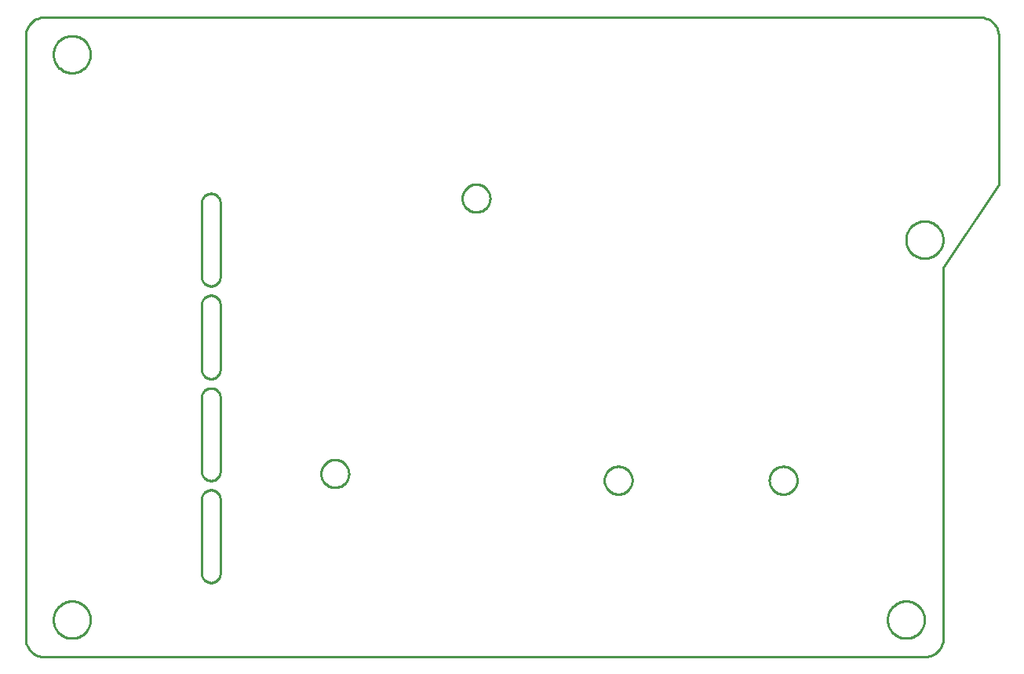
<source format=gbr>
G04 EAGLE Gerber X2 export*
%TF.Part,Single*%
%TF.FileFunction,Profile,NP*%
%TF.FilePolarity,Positive*%
%TF.GenerationSoftware,Autodesk,EAGLE,8.7.0*%
%TF.CreationDate,2019-01-30T20:44:03Z*%
G75*
%MOMM*%
%FSLAX34Y34*%
%LPD*%
%AMOC8*
5,1,8,0,0,1.08239X$1,22.5*%
G01*
%ADD10C,0.254000*%


D10*
X0Y20000D02*
X76Y18257D01*
X304Y16527D01*
X681Y14824D01*
X1206Y13160D01*
X1874Y11548D01*
X2680Y10000D01*
X3617Y8528D01*
X4679Y7144D01*
X5858Y5858D01*
X7144Y4679D01*
X8528Y3617D01*
X10000Y2680D01*
X11548Y1874D01*
X13160Y1206D01*
X14824Y681D01*
X16527Y304D01*
X18257Y76D01*
X20000Y0D01*
X970000Y0D01*
X971743Y76D01*
X973473Y304D01*
X975176Y681D01*
X976840Y1206D01*
X978452Y1874D01*
X980000Y2680D01*
X981472Y3617D01*
X982856Y4679D01*
X984142Y5858D01*
X985321Y7144D01*
X986383Y8528D01*
X987321Y10000D01*
X988126Y11548D01*
X988794Y13160D01*
X989319Y14824D01*
X989696Y16527D01*
X989924Y18257D01*
X990000Y20000D01*
X990000Y420000D01*
X1050000Y510000D01*
X1050000Y670000D01*
X1049924Y671743D01*
X1049696Y673473D01*
X1049319Y675176D01*
X1048794Y676840D01*
X1048126Y678452D01*
X1047321Y680000D01*
X1046383Y681472D01*
X1045321Y682856D01*
X1044142Y684142D01*
X1042856Y685321D01*
X1041472Y686383D01*
X1040000Y687321D01*
X1038452Y688126D01*
X1036840Y688794D01*
X1035176Y689319D01*
X1033473Y689696D01*
X1031743Y689924D01*
X1030000Y690000D01*
X20000Y690000D01*
X18257Y689924D01*
X16527Y689696D01*
X14824Y689319D01*
X13160Y688794D01*
X11548Y688126D01*
X10000Y687321D01*
X8528Y686383D01*
X7144Y685321D01*
X5858Y684142D01*
X4679Y682856D01*
X3617Y681472D01*
X2680Y680000D01*
X1874Y678452D01*
X1206Y676840D01*
X681Y675176D01*
X304Y673473D01*
X76Y671743D01*
X0Y670000D01*
X0Y20000D01*
X190000Y90000D02*
X190038Y89128D01*
X190152Y88264D01*
X190341Y87412D01*
X190603Y86580D01*
X190937Y85774D01*
X191340Y85000D01*
X191808Y84264D01*
X192340Y83572D01*
X192929Y82929D01*
X193572Y82340D01*
X194264Y81808D01*
X195000Y81340D01*
X195774Y80937D01*
X196580Y80603D01*
X197412Y80341D01*
X198264Y80152D01*
X199128Y80038D01*
X200000Y80000D01*
X200872Y80038D01*
X201736Y80152D01*
X202588Y80341D01*
X203420Y80603D01*
X204226Y80937D01*
X205000Y81340D01*
X205736Y81808D01*
X206428Y82340D01*
X207071Y82929D01*
X207660Y83572D01*
X208192Y84264D01*
X208660Y85000D01*
X209063Y85774D01*
X209397Y86580D01*
X209659Y87412D01*
X209848Y88264D01*
X209962Y89128D01*
X210000Y90000D01*
X210000Y170000D01*
X209962Y170872D01*
X209848Y171736D01*
X209659Y172588D01*
X209397Y173420D01*
X209063Y174226D01*
X208660Y175000D01*
X208192Y175736D01*
X207660Y176428D01*
X207071Y177071D01*
X206428Y177660D01*
X205736Y178192D01*
X205000Y178660D01*
X204226Y179063D01*
X203420Y179397D01*
X202588Y179659D01*
X201736Y179848D01*
X200872Y179962D01*
X200000Y180000D01*
X199128Y179962D01*
X198264Y179848D01*
X197412Y179659D01*
X196580Y179397D01*
X195774Y179063D01*
X195000Y178660D01*
X194264Y178192D01*
X193572Y177660D01*
X192929Y177071D01*
X192340Y176428D01*
X191808Y175736D01*
X191340Y175000D01*
X190937Y174226D01*
X190603Y173420D01*
X190341Y172588D01*
X190152Y171736D01*
X190038Y170872D01*
X190000Y170000D01*
X190000Y90000D01*
X190000Y200000D02*
X190038Y199128D01*
X190152Y198264D01*
X190341Y197412D01*
X190603Y196580D01*
X190937Y195774D01*
X191340Y195000D01*
X191808Y194264D01*
X192340Y193572D01*
X192929Y192929D01*
X193572Y192340D01*
X194264Y191808D01*
X195000Y191340D01*
X195774Y190937D01*
X196580Y190603D01*
X197412Y190341D01*
X198264Y190152D01*
X199128Y190038D01*
X200000Y190000D01*
X200872Y190038D01*
X201736Y190152D01*
X202588Y190341D01*
X203420Y190603D01*
X204226Y190937D01*
X205000Y191340D01*
X205736Y191808D01*
X206428Y192340D01*
X207071Y192929D01*
X207660Y193572D01*
X208192Y194264D01*
X208660Y195000D01*
X209063Y195774D01*
X209397Y196580D01*
X209659Y197412D01*
X209848Y198264D01*
X209962Y199128D01*
X210000Y200000D01*
X210000Y280000D01*
X209962Y280872D01*
X209848Y281736D01*
X209659Y282588D01*
X209397Y283420D01*
X209063Y284226D01*
X208660Y285000D01*
X208192Y285736D01*
X207660Y286428D01*
X207071Y287071D01*
X206428Y287660D01*
X205736Y288192D01*
X205000Y288660D01*
X204226Y289063D01*
X203420Y289397D01*
X202588Y289659D01*
X201736Y289848D01*
X200872Y289962D01*
X200000Y290000D01*
X199128Y289962D01*
X198264Y289848D01*
X197412Y289659D01*
X196580Y289397D01*
X195774Y289063D01*
X195000Y288660D01*
X194264Y288192D01*
X193572Y287660D01*
X192929Y287071D01*
X192340Y286428D01*
X191808Y285736D01*
X191340Y285000D01*
X190937Y284226D01*
X190603Y283420D01*
X190341Y282588D01*
X190152Y281736D01*
X190038Y280872D01*
X190000Y280000D01*
X190000Y200000D01*
X190000Y310000D02*
X190038Y309128D01*
X190152Y308264D01*
X190341Y307412D01*
X190603Y306580D01*
X190937Y305774D01*
X191340Y305000D01*
X191808Y304264D01*
X192340Y303572D01*
X192929Y302929D01*
X193572Y302340D01*
X194264Y301808D01*
X195000Y301340D01*
X195774Y300937D01*
X196580Y300603D01*
X197412Y300341D01*
X198264Y300152D01*
X199128Y300038D01*
X200000Y300000D01*
X200872Y300038D01*
X201736Y300152D01*
X202588Y300341D01*
X203420Y300603D01*
X204226Y300937D01*
X205000Y301340D01*
X205736Y301808D01*
X206428Y302340D01*
X207071Y302929D01*
X207660Y303572D01*
X208192Y304264D01*
X208660Y305000D01*
X209063Y305774D01*
X209397Y306580D01*
X209659Y307412D01*
X209848Y308264D01*
X209962Y309128D01*
X210000Y310000D01*
X210000Y380000D01*
X209962Y380872D01*
X209848Y381736D01*
X209659Y382588D01*
X209397Y383420D01*
X209063Y384226D01*
X208660Y385000D01*
X208192Y385736D01*
X207660Y386428D01*
X207071Y387071D01*
X206428Y387660D01*
X205736Y388192D01*
X205000Y388660D01*
X204226Y389063D01*
X203420Y389397D01*
X202588Y389659D01*
X201736Y389848D01*
X200872Y389962D01*
X200000Y390000D01*
X199128Y389962D01*
X198264Y389848D01*
X197412Y389659D01*
X196580Y389397D01*
X195774Y389063D01*
X195000Y388660D01*
X194264Y388192D01*
X193572Y387660D01*
X192929Y387071D01*
X192340Y386428D01*
X191808Y385736D01*
X191340Y385000D01*
X190937Y384226D01*
X190603Y383420D01*
X190341Y382588D01*
X190152Y381736D01*
X190038Y380872D01*
X190000Y380000D01*
X190000Y310000D01*
X190000Y410000D02*
X190038Y409128D01*
X190152Y408264D01*
X190341Y407412D01*
X190603Y406580D01*
X190937Y405774D01*
X191340Y405000D01*
X191808Y404264D01*
X192340Y403572D01*
X192929Y402929D01*
X193572Y402340D01*
X194264Y401808D01*
X195000Y401340D01*
X195774Y400937D01*
X196580Y400603D01*
X197412Y400341D01*
X198264Y400152D01*
X199128Y400038D01*
X200000Y400000D01*
X200872Y400038D01*
X201736Y400152D01*
X202588Y400341D01*
X203420Y400603D01*
X204226Y400937D01*
X205000Y401340D01*
X205736Y401808D01*
X206428Y402340D01*
X207071Y402929D01*
X207660Y403572D01*
X208192Y404264D01*
X208660Y405000D01*
X209063Y405774D01*
X209397Y406580D01*
X209659Y407412D01*
X209848Y408264D01*
X209962Y409128D01*
X210000Y410000D01*
X210000Y490000D01*
X209962Y490872D01*
X209848Y491736D01*
X209659Y492588D01*
X209397Y493420D01*
X209063Y494226D01*
X208660Y495000D01*
X208192Y495736D01*
X207660Y496428D01*
X207071Y497071D01*
X206428Y497660D01*
X205736Y498192D01*
X205000Y498660D01*
X204226Y499063D01*
X203420Y499397D01*
X202588Y499659D01*
X201736Y499848D01*
X200872Y499962D01*
X200000Y500000D01*
X199128Y499962D01*
X198264Y499848D01*
X197412Y499659D01*
X196580Y499397D01*
X195774Y499063D01*
X195000Y498660D01*
X194264Y498192D01*
X193572Y497660D01*
X192929Y497071D01*
X192340Y496428D01*
X191808Y495736D01*
X191340Y495000D01*
X190937Y494226D01*
X190603Y493420D01*
X190341Y492588D01*
X190152Y491736D01*
X190038Y490872D01*
X190000Y490000D01*
X190000Y410000D01*
X70000Y649396D02*
X69927Y648189D01*
X69781Y646989D01*
X69563Y645800D01*
X69274Y644627D01*
X68915Y643473D01*
X68486Y642343D01*
X67990Y641241D01*
X67428Y640170D01*
X66803Y639136D01*
X66116Y638141D01*
X65371Y637190D01*
X64569Y636285D01*
X63715Y635431D01*
X62810Y634629D01*
X61859Y633884D01*
X60864Y633197D01*
X59830Y632572D01*
X58759Y632010D01*
X57657Y631514D01*
X56527Y631085D01*
X55373Y630726D01*
X54200Y630437D01*
X53011Y630219D01*
X51811Y630073D01*
X50604Y630000D01*
X49396Y630000D01*
X48189Y630073D01*
X46989Y630219D01*
X45800Y630437D01*
X44627Y630726D01*
X43473Y631085D01*
X42343Y631514D01*
X41241Y632010D01*
X40170Y632572D01*
X39136Y633197D01*
X38141Y633884D01*
X37190Y634629D01*
X36285Y635431D01*
X35431Y636285D01*
X34629Y637190D01*
X33884Y638141D01*
X33197Y639136D01*
X32572Y640170D01*
X32010Y641241D01*
X31514Y642343D01*
X31085Y643473D01*
X30726Y644627D01*
X30437Y645800D01*
X30219Y646989D01*
X30073Y648189D01*
X30000Y649396D01*
X30000Y650604D01*
X30073Y651811D01*
X30219Y653011D01*
X30437Y654200D01*
X30726Y655373D01*
X31085Y656527D01*
X31514Y657657D01*
X32010Y658759D01*
X32572Y659830D01*
X33197Y660864D01*
X33884Y661859D01*
X34629Y662810D01*
X35431Y663715D01*
X36285Y664569D01*
X37190Y665371D01*
X38141Y666116D01*
X39136Y666803D01*
X40170Y667428D01*
X41241Y667990D01*
X42343Y668486D01*
X43473Y668915D01*
X44627Y669274D01*
X45800Y669563D01*
X46989Y669781D01*
X48189Y669927D01*
X49396Y670000D01*
X50604Y670000D01*
X51811Y669927D01*
X53011Y669781D01*
X54200Y669563D01*
X55373Y669274D01*
X56527Y668915D01*
X57657Y668486D01*
X58759Y667990D01*
X59830Y667428D01*
X60864Y666803D01*
X61859Y666116D01*
X62810Y665371D01*
X63715Y664569D01*
X64569Y663715D01*
X65371Y662810D01*
X66116Y661859D01*
X66803Y660864D01*
X67428Y659830D01*
X67990Y658759D01*
X68486Y657657D01*
X68915Y656527D01*
X69274Y655373D01*
X69563Y654200D01*
X69781Y653011D01*
X69927Y651811D01*
X70000Y650604D01*
X70000Y649396D01*
X970000Y39396D02*
X969927Y38189D01*
X969781Y36989D01*
X969563Y35800D01*
X969274Y34627D01*
X968915Y33473D01*
X968486Y32343D01*
X967990Y31241D01*
X967428Y30170D01*
X966803Y29136D01*
X966116Y28141D01*
X965371Y27190D01*
X964569Y26285D01*
X963715Y25431D01*
X962810Y24629D01*
X961859Y23884D01*
X960864Y23197D01*
X959830Y22572D01*
X958759Y22010D01*
X957657Y21514D01*
X956527Y21085D01*
X955373Y20726D01*
X954200Y20437D01*
X953011Y20219D01*
X951811Y20073D01*
X950604Y20000D01*
X949396Y20000D01*
X948189Y20073D01*
X946989Y20219D01*
X945800Y20437D01*
X944627Y20726D01*
X943473Y21085D01*
X942343Y21514D01*
X941241Y22010D01*
X940170Y22572D01*
X939136Y23197D01*
X938141Y23884D01*
X937190Y24629D01*
X936285Y25431D01*
X935431Y26285D01*
X934629Y27190D01*
X933884Y28141D01*
X933197Y29136D01*
X932572Y30170D01*
X932010Y31241D01*
X931514Y32343D01*
X931085Y33473D01*
X930726Y34627D01*
X930437Y35800D01*
X930219Y36989D01*
X930073Y38189D01*
X930000Y39396D01*
X930000Y40604D01*
X930073Y41811D01*
X930219Y43011D01*
X930437Y44200D01*
X930726Y45373D01*
X931085Y46527D01*
X931514Y47657D01*
X932010Y48759D01*
X932572Y49830D01*
X933197Y50864D01*
X933884Y51859D01*
X934629Y52810D01*
X935431Y53715D01*
X936285Y54569D01*
X937190Y55371D01*
X938141Y56116D01*
X939136Y56803D01*
X940170Y57428D01*
X941241Y57990D01*
X942343Y58486D01*
X943473Y58915D01*
X944627Y59274D01*
X945800Y59563D01*
X946989Y59781D01*
X948189Y59927D01*
X949396Y60000D01*
X950604Y60000D01*
X951811Y59927D01*
X953011Y59781D01*
X954200Y59563D01*
X955373Y59274D01*
X956527Y58915D01*
X957657Y58486D01*
X958759Y57990D01*
X959830Y57428D01*
X960864Y56803D01*
X961859Y56116D01*
X962810Y55371D01*
X963715Y54569D01*
X964569Y53715D01*
X965371Y52810D01*
X966116Y51859D01*
X966803Y50864D01*
X967428Y49830D01*
X967990Y48759D01*
X968486Y47657D01*
X968915Y46527D01*
X969274Y45373D01*
X969563Y44200D01*
X969781Y43011D01*
X969927Y41811D01*
X970000Y40604D01*
X970000Y39396D01*
X70000Y39396D02*
X69927Y38189D01*
X69781Y36989D01*
X69563Y35800D01*
X69274Y34627D01*
X68915Y33473D01*
X68486Y32343D01*
X67990Y31241D01*
X67428Y30170D01*
X66803Y29136D01*
X66116Y28141D01*
X65371Y27190D01*
X64569Y26285D01*
X63715Y25431D01*
X62810Y24629D01*
X61859Y23884D01*
X60864Y23197D01*
X59830Y22572D01*
X58759Y22010D01*
X57657Y21514D01*
X56527Y21085D01*
X55373Y20726D01*
X54200Y20437D01*
X53011Y20219D01*
X51811Y20073D01*
X50604Y20000D01*
X49396Y20000D01*
X48189Y20073D01*
X46989Y20219D01*
X45800Y20437D01*
X44627Y20726D01*
X43473Y21085D01*
X42343Y21514D01*
X41241Y22010D01*
X40170Y22572D01*
X39136Y23197D01*
X38141Y23884D01*
X37190Y24629D01*
X36285Y25431D01*
X35431Y26285D01*
X34629Y27190D01*
X33884Y28141D01*
X33197Y29136D01*
X32572Y30170D01*
X32010Y31241D01*
X31514Y32343D01*
X31085Y33473D01*
X30726Y34627D01*
X30437Y35800D01*
X30219Y36989D01*
X30073Y38189D01*
X30000Y39396D01*
X30000Y40604D01*
X30073Y41811D01*
X30219Y43011D01*
X30437Y44200D01*
X30726Y45373D01*
X31085Y46527D01*
X31514Y47657D01*
X32010Y48759D01*
X32572Y49830D01*
X33197Y50864D01*
X33884Y51859D01*
X34629Y52810D01*
X35431Y53715D01*
X36285Y54569D01*
X37190Y55371D01*
X38141Y56116D01*
X39136Y56803D01*
X40170Y57428D01*
X41241Y57990D01*
X42343Y58486D01*
X43473Y58915D01*
X44627Y59274D01*
X45800Y59563D01*
X46989Y59781D01*
X48189Y59927D01*
X49396Y60000D01*
X50604Y60000D01*
X51811Y59927D01*
X53011Y59781D01*
X54200Y59563D01*
X55373Y59274D01*
X56527Y58915D01*
X57657Y58486D01*
X58759Y57990D01*
X59830Y57428D01*
X60864Y56803D01*
X61859Y56116D01*
X62810Y55371D01*
X63715Y54569D01*
X64569Y53715D01*
X65371Y52810D01*
X66116Y51859D01*
X66803Y50864D01*
X67428Y49830D01*
X67990Y48759D01*
X68486Y47657D01*
X68915Y46527D01*
X69274Y45373D01*
X69563Y44200D01*
X69781Y43011D01*
X69927Y41811D01*
X70000Y40604D01*
X70000Y39396D01*
X990000Y449396D02*
X989927Y448189D01*
X989781Y446989D01*
X989563Y445800D01*
X989274Y444627D01*
X988915Y443473D01*
X988486Y442343D01*
X987990Y441241D01*
X987428Y440170D01*
X986803Y439136D01*
X986116Y438141D01*
X985371Y437190D01*
X984569Y436285D01*
X983715Y435431D01*
X982810Y434629D01*
X981859Y433884D01*
X980864Y433197D01*
X979830Y432572D01*
X978759Y432010D01*
X977657Y431514D01*
X976527Y431085D01*
X975373Y430726D01*
X974200Y430437D01*
X973011Y430219D01*
X971811Y430073D01*
X970604Y430000D01*
X969396Y430000D01*
X968189Y430073D01*
X966989Y430219D01*
X965800Y430437D01*
X964627Y430726D01*
X963473Y431085D01*
X962343Y431514D01*
X961241Y432010D01*
X960170Y432572D01*
X959136Y433197D01*
X958141Y433884D01*
X957190Y434629D01*
X956285Y435431D01*
X955431Y436285D01*
X954629Y437190D01*
X953884Y438141D01*
X953197Y439136D01*
X952572Y440170D01*
X952010Y441241D01*
X951514Y442343D01*
X951085Y443473D01*
X950726Y444627D01*
X950437Y445800D01*
X950219Y446989D01*
X950073Y448189D01*
X950000Y449396D01*
X950000Y450604D01*
X950073Y451811D01*
X950219Y453011D01*
X950437Y454200D01*
X950726Y455373D01*
X951085Y456527D01*
X951514Y457657D01*
X952010Y458759D01*
X952572Y459830D01*
X953197Y460864D01*
X953884Y461859D01*
X954629Y462810D01*
X955431Y463715D01*
X956285Y464569D01*
X957190Y465371D01*
X958141Y466116D01*
X959136Y466803D01*
X960170Y467428D01*
X961241Y467990D01*
X962343Y468486D01*
X963473Y468915D01*
X964627Y469274D01*
X965800Y469563D01*
X966989Y469781D01*
X968189Y469927D01*
X969396Y470000D01*
X970604Y470000D01*
X971811Y469927D01*
X973011Y469781D01*
X974200Y469563D01*
X975373Y469274D01*
X976527Y468915D01*
X977657Y468486D01*
X978759Y467990D01*
X979830Y467428D01*
X980864Y466803D01*
X981859Y466116D01*
X982810Y465371D01*
X983715Y464569D01*
X984569Y463715D01*
X985371Y462810D01*
X986116Y461859D01*
X986803Y460864D01*
X987428Y459830D01*
X987990Y458759D01*
X988486Y457657D01*
X988915Y456527D01*
X989274Y455373D01*
X989563Y454200D01*
X989781Y453011D01*
X989927Y451811D01*
X990000Y450604D01*
X990000Y449396D01*
X70000Y649396D02*
X69927Y648189D01*
X69781Y646989D01*
X69563Y645800D01*
X69274Y644627D01*
X68915Y643473D01*
X68486Y642343D01*
X67990Y641241D01*
X67428Y640170D01*
X66803Y639136D01*
X66116Y638141D01*
X65371Y637190D01*
X64569Y636285D01*
X63715Y635431D01*
X62810Y634629D01*
X61859Y633884D01*
X60864Y633197D01*
X59830Y632572D01*
X58759Y632010D01*
X57657Y631514D01*
X56527Y631085D01*
X55373Y630726D01*
X54200Y630437D01*
X53011Y630219D01*
X51811Y630073D01*
X50604Y630000D01*
X49396Y630000D01*
X48189Y630073D01*
X46989Y630219D01*
X45800Y630437D01*
X44627Y630726D01*
X43473Y631085D01*
X42343Y631514D01*
X41241Y632010D01*
X40170Y632572D01*
X39136Y633197D01*
X38141Y633884D01*
X37190Y634629D01*
X36285Y635431D01*
X35431Y636285D01*
X34629Y637190D01*
X33884Y638141D01*
X33197Y639136D01*
X32572Y640170D01*
X32010Y641241D01*
X31514Y642343D01*
X31085Y643473D01*
X30726Y644627D01*
X30437Y645800D01*
X30219Y646989D01*
X30073Y648189D01*
X30000Y649396D01*
X30000Y650604D01*
X30073Y651811D01*
X30219Y653011D01*
X30437Y654200D01*
X30726Y655373D01*
X31085Y656527D01*
X31514Y657657D01*
X32010Y658759D01*
X32572Y659830D01*
X33197Y660864D01*
X33884Y661859D01*
X34629Y662810D01*
X35431Y663715D01*
X36285Y664569D01*
X37190Y665371D01*
X38141Y666116D01*
X39136Y666803D01*
X40170Y667428D01*
X41241Y667990D01*
X42343Y668486D01*
X43473Y668915D01*
X44627Y669274D01*
X45800Y669563D01*
X46989Y669781D01*
X48189Y669927D01*
X49396Y670000D01*
X50604Y670000D01*
X51811Y669927D01*
X53011Y669781D01*
X54200Y669563D01*
X55373Y669274D01*
X56527Y668915D01*
X57657Y668486D01*
X58759Y667990D01*
X59830Y667428D01*
X60864Y666803D01*
X61859Y666116D01*
X62810Y665371D01*
X63715Y664569D01*
X64569Y663715D01*
X65371Y662810D01*
X66116Y661859D01*
X66803Y660864D01*
X67428Y659830D01*
X67990Y658759D01*
X68486Y657657D01*
X68915Y656527D01*
X69274Y655373D01*
X69563Y654200D01*
X69781Y653011D01*
X69927Y651811D01*
X70000Y650604D01*
X70000Y649396D01*
X970000Y39396D02*
X969927Y38189D01*
X969781Y36989D01*
X969563Y35800D01*
X969274Y34627D01*
X968915Y33473D01*
X968486Y32343D01*
X967990Y31241D01*
X967428Y30170D01*
X966803Y29136D01*
X966116Y28141D01*
X965371Y27190D01*
X964569Y26285D01*
X963715Y25431D01*
X962810Y24629D01*
X961859Y23884D01*
X960864Y23197D01*
X959830Y22572D01*
X958759Y22010D01*
X957657Y21514D01*
X956527Y21085D01*
X955373Y20726D01*
X954200Y20437D01*
X953011Y20219D01*
X951811Y20073D01*
X950604Y20000D01*
X949396Y20000D01*
X948189Y20073D01*
X946989Y20219D01*
X945800Y20437D01*
X944627Y20726D01*
X943473Y21085D01*
X942343Y21514D01*
X941241Y22010D01*
X940170Y22572D01*
X939136Y23197D01*
X938141Y23884D01*
X937190Y24629D01*
X936285Y25431D01*
X935431Y26285D01*
X934629Y27190D01*
X933884Y28141D01*
X933197Y29136D01*
X932572Y30170D01*
X932010Y31241D01*
X931514Y32343D01*
X931085Y33473D01*
X930726Y34627D01*
X930437Y35800D01*
X930219Y36989D01*
X930073Y38189D01*
X930000Y39396D01*
X930000Y40604D01*
X930073Y41811D01*
X930219Y43011D01*
X930437Y44200D01*
X930726Y45373D01*
X931085Y46527D01*
X931514Y47657D01*
X932010Y48759D01*
X932572Y49830D01*
X933197Y50864D01*
X933884Y51859D01*
X934629Y52810D01*
X935431Y53715D01*
X936285Y54569D01*
X937190Y55371D01*
X938141Y56116D01*
X939136Y56803D01*
X940170Y57428D01*
X941241Y57990D01*
X942343Y58486D01*
X943473Y58915D01*
X944627Y59274D01*
X945800Y59563D01*
X946989Y59781D01*
X948189Y59927D01*
X949396Y60000D01*
X950604Y60000D01*
X951811Y59927D01*
X953011Y59781D01*
X954200Y59563D01*
X955373Y59274D01*
X956527Y58915D01*
X957657Y58486D01*
X958759Y57990D01*
X959830Y57428D01*
X960864Y56803D01*
X961859Y56116D01*
X962810Y55371D01*
X963715Y54569D01*
X964569Y53715D01*
X965371Y52810D01*
X966116Y51859D01*
X966803Y50864D01*
X967428Y49830D01*
X967990Y48759D01*
X968486Y47657D01*
X968915Y46527D01*
X969274Y45373D01*
X969563Y44200D01*
X969781Y43011D01*
X969927Y41811D01*
X970000Y40604D01*
X970000Y39396D01*
X70000Y39396D02*
X69927Y38189D01*
X69781Y36989D01*
X69563Y35800D01*
X69274Y34627D01*
X68915Y33473D01*
X68486Y32343D01*
X67990Y31241D01*
X67428Y30170D01*
X66803Y29136D01*
X66116Y28141D01*
X65371Y27190D01*
X64569Y26285D01*
X63715Y25431D01*
X62810Y24629D01*
X61859Y23884D01*
X60864Y23197D01*
X59830Y22572D01*
X58759Y22010D01*
X57657Y21514D01*
X56527Y21085D01*
X55373Y20726D01*
X54200Y20437D01*
X53011Y20219D01*
X51811Y20073D01*
X50604Y20000D01*
X49396Y20000D01*
X48189Y20073D01*
X46989Y20219D01*
X45800Y20437D01*
X44627Y20726D01*
X43473Y21085D01*
X42343Y21514D01*
X41241Y22010D01*
X40170Y22572D01*
X39136Y23197D01*
X38141Y23884D01*
X37190Y24629D01*
X36285Y25431D01*
X35431Y26285D01*
X34629Y27190D01*
X33884Y28141D01*
X33197Y29136D01*
X32572Y30170D01*
X32010Y31241D01*
X31514Y32343D01*
X31085Y33473D01*
X30726Y34627D01*
X30437Y35800D01*
X30219Y36989D01*
X30073Y38189D01*
X30000Y39396D01*
X30000Y40604D01*
X30073Y41811D01*
X30219Y43011D01*
X30437Y44200D01*
X30726Y45373D01*
X31085Y46527D01*
X31514Y47657D01*
X32010Y48759D01*
X32572Y49830D01*
X33197Y50864D01*
X33884Y51859D01*
X34629Y52810D01*
X35431Y53715D01*
X36285Y54569D01*
X37190Y55371D01*
X38141Y56116D01*
X39136Y56803D01*
X40170Y57428D01*
X41241Y57990D01*
X42343Y58486D01*
X43473Y58915D01*
X44627Y59274D01*
X45800Y59563D01*
X46989Y59781D01*
X48189Y59927D01*
X49396Y60000D01*
X50604Y60000D01*
X51811Y59927D01*
X53011Y59781D01*
X54200Y59563D01*
X55373Y59274D01*
X56527Y58915D01*
X57657Y58486D01*
X58759Y57990D01*
X59830Y57428D01*
X60864Y56803D01*
X61859Y56116D01*
X62810Y55371D01*
X63715Y54569D01*
X64569Y53715D01*
X65371Y52810D01*
X66116Y51859D01*
X66803Y50864D01*
X67428Y49830D01*
X67990Y48759D01*
X68486Y47657D01*
X68915Y46527D01*
X69274Y45373D01*
X69563Y44200D01*
X69781Y43011D01*
X69927Y41811D01*
X70000Y40604D01*
X70000Y39396D01*
X990000Y449396D02*
X989927Y448189D01*
X989781Y446989D01*
X989563Y445800D01*
X989274Y444627D01*
X988915Y443473D01*
X988486Y442343D01*
X987990Y441241D01*
X987428Y440170D01*
X986803Y439136D01*
X986116Y438141D01*
X985371Y437190D01*
X984569Y436285D01*
X983715Y435431D01*
X982810Y434629D01*
X981859Y433884D01*
X980864Y433197D01*
X979830Y432572D01*
X978759Y432010D01*
X977657Y431514D01*
X976527Y431085D01*
X975373Y430726D01*
X974200Y430437D01*
X973011Y430219D01*
X971811Y430073D01*
X970604Y430000D01*
X969396Y430000D01*
X968189Y430073D01*
X966989Y430219D01*
X965800Y430437D01*
X964627Y430726D01*
X963473Y431085D01*
X962343Y431514D01*
X961241Y432010D01*
X960170Y432572D01*
X959136Y433197D01*
X958141Y433884D01*
X957190Y434629D01*
X956285Y435431D01*
X955431Y436285D01*
X954629Y437190D01*
X953884Y438141D01*
X953197Y439136D01*
X952572Y440170D01*
X952010Y441241D01*
X951514Y442343D01*
X951085Y443473D01*
X950726Y444627D01*
X950437Y445800D01*
X950219Y446989D01*
X950073Y448189D01*
X950000Y449396D01*
X950000Y450604D01*
X950073Y451811D01*
X950219Y453011D01*
X950437Y454200D01*
X950726Y455373D01*
X951085Y456527D01*
X951514Y457657D01*
X952010Y458759D01*
X952572Y459830D01*
X953197Y460864D01*
X953884Y461859D01*
X954629Y462810D01*
X955431Y463715D01*
X956285Y464569D01*
X957190Y465371D01*
X958141Y466116D01*
X959136Y466803D01*
X960170Y467428D01*
X961241Y467990D01*
X962343Y468486D01*
X963473Y468915D01*
X964627Y469274D01*
X965800Y469563D01*
X966989Y469781D01*
X968189Y469927D01*
X969396Y470000D01*
X970604Y470000D01*
X971811Y469927D01*
X973011Y469781D01*
X974200Y469563D01*
X975373Y469274D01*
X976527Y468915D01*
X977657Y468486D01*
X978759Y467990D01*
X979830Y467428D01*
X980864Y466803D01*
X981859Y466116D01*
X982810Y465371D01*
X983715Y464569D01*
X984569Y463715D01*
X985371Y462810D01*
X986116Y461859D01*
X986803Y460864D01*
X987428Y459830D01*
X987990Y458759D01*
X988486Y457657D01*
X988915Y456527D01*
X989274Y455373D01*
X989563Y454200D01*
X989781Y453011D01*
X989927Y451811D01*
X990000Y450604D01*
X990000Y449396D01*
X624500Y190936D02*
X624576Y192004D01*
X624729Y193065D01*
X624957Y194112D01*
X625259Y195140D01*
X625633Y196144D01*
X626078Y197119D01*
X626592Y198059D01*
X627171Y198960D01*
X627813Y199818D01*
X628515Y200628D01*
X629272Y201385D01*
X630082Y202087D01*
X630940Y202729D01*
X631841Y203308D01*
X632781Y203822D01*
X633756Y204267D01*
X634760Y204641D01*
X635788Y204943D01*
X636835Y205171D01*
X637896Y205324D01*
X638964Y205400D01*
X640036Y205400D01*
X641104Y205324D01*
X642165Y205171D01*
X643212Y204943D01*
X644240Y204641D01*
X645244Y204267D01*
X646219Y203822D01*
X647159Y203308D01*
X648060Y202729D01*
X648918Y202087D01*
X649728Y201385D01*
X650485Y200628D01*
X651187Y199818D01*
X651829Y198960D01*
X652408Y198059D01*
X652922Y197119D01*
X653367Y196144D01*
X653741Y195140D01*
X654043Y194112D01*
X654271Y193065D01*
X654424Y192004D01*
X654500Y190936D01*
X654500Y189864D01*
X654424Y188796D01*
X654271Y187735D01*
X654043Y186688D01*
X653741Y185660D01*
X653367Y184656D01*
X652922Y183681D01*
X652408Y182741D01*
X651829Y181840D01*
X651187Y180982D01*
X650485Y180172D01*
X649728Y179415D01*
X648918Y178713D01*
X648060Y178071D01*
X647159Y177492D01*
X646219Y176978D01*
X645244Y176533D01*
X644240Y176159D01*
X643212Y175857D01*
X642165Y175629D01*
X641104Y175476D01*
X640036Y175400D01*
X638964Y175400D01*
X637896Y175476D01*
X636835Y175629D01*
X635788Y175857D01*
X634760Y176159D01*
X633756Y176533D01*
X632781Y176978D01*
X631841Y177492D01*
X630940Y178071D01*
X630082Y178713D01*
X629272Y179415D01*
X628515Y180172D01*
X627813Y180982D01*
X627171Y181840D01*
X626592Y182741D01*
X626078Y183681D01*
X625633Y184656D01*
X625259Y185660D01*
X624957Y186688D01*
X624729Y187735D01*
X624576Y188796D01*
X624500Y189864D01*
X624500Y190936D01*
X802500Y190936D02*
X802576Y192004D01*
X802729Y193065D01*
X802957Y194112D01*
X803259Y195140D01*
X803633Y196144D01*
X804078Y197119D01*
X804592Y198059D01*
X805171Y198960D01*
X805813Y199818D01*
X806515Y200628D01*
X807272Y201385D01*
X808082Y202087D01*
X808940Y202729D01*
X809841Y203308D01*
X810781Y203822D01*
X811756Y204267D01*
X812760Y204641D01*
X813788Y204943D01*
X814835Y205171D01*
X815896Y205324D01*
X816964Y205400D01*
X818036Y205400D01*
X819104Y205324D01*
X820165Y205171D01*
X821212Y204943D01*
X822240Y204641D01*
X823244Y204267D01*
X824219Y203822D01*
X825159Y203308D01*
X826060Y202729D01*
X826918Y202087D01*
X827728Y201385D01*
X828485Y200628D01*
X829187Y199818D01*
X829829Y198960D01*
X830408Y198059D01*
X830922Y197119D01*
X831367Y196144D01*
X831741Y195140D01*
X832043Y194112D01*
X832271Y193065D01*
X832424Y192004D01*
X832500Y190936D01*
X832500Y189864D01*
X832424Y188796D01*
X832271Y187735D01*
X832043Y186688D01*
X831741Y185660D01*
X831367Y184656D01*
X830922Y183681D01*
X830408Y182741D01*
X829829Y181840D01*
X829187Y180982D01*
X828485Y180172D01*
X827728Y179415D01*
X826918Y178713D01*
X826060Y178071D01*
X825159Y177492D01*
X824219Y176978D01*
X823244Y176533D01*
X822240Y176159D01*
X821212Y175857D01*
X820165Y175629D01*
X819104Y175476D01*
X818036Y175400D01*
X816964Y175400D01*
X815896Y175476D01*
X814835Y175629D01*
X813788Y175857D01*
X812760Y176159D01*
X811756Y176533D01*
X810781Y176978D01*
X809841Y177492D01*
X808940Y178071D01*
X808082Y178713D01*
X807272Y179415D01*
X806515Y180172D01*
X805813Y180982D01*
X805171Y181840D01*
X804592Y182741D01*
X804078Y183681D01*
X803633Y184656D01*
X803259Y185660D01*
X802957Y186688D01*
X802729Y187735D01*
X802576Y188796D01*
X802500Y189864D01*
X802500Y190936D01*
X485664Y479780D02*
X484596Y479856D01*
X483535Y480009D01*
X482488Y480237D01*
X481460Y480539D01*
X480456Y480913D01*
X479481Y481358D01*
X478541Y481872D01*
X477640Y482451D01*
X476782Y483093D01*
X475972Y483795D01*
X475215Y484552D01*
X474513Y485362D01*
X473871Y486220D01*
X473292Y487121D01*
X472778Y488061D01*
X472333Y489036D01*
X471959Y490040D01*
X471657Y491068D01*
X471429Y492115D01*
X471276Y493176D01*
X471200Y494244D01*
X471200Y495316D01*
X471276Y496384D01*
X471429Y497445D01*
X471657Y498492D01*
X471959Y499520D01*
X472333Y500524D01*
X472778Y501499D01*
X473292Y502439D01*
X473871Y503340D01*
X474513Y504198D01*
X475215Y505008D01*
X475972Y505765D01*
X476782Y506467D01*
X477640Y507109D01*
X478541Y507688D01*
X479481Y508202D01*
X480456Y508647D01*
X481460Y509021D01*
X482488Y509323D01*
X483535Y509551D01*
X484596Y509704D01*
X485664Y509780D01*
X486736Y509780D01*
X487804Y509704D01*
X488865Y509551D01*
X489912Y509323D01*
X490940Y509021D01*
X491944Y508647D01*
X492919Y508202D01*
X493859Y507688D01*
X494760Y507109D01*
X495618Y506467D01*
X496428Y505765D01*
X497185Y505008D01*
X497887Y504198D01*
X498529Y503340D01*
X499108Y502439D01*
X499622Y501499D01*
X500067Y500524D01*
X500441Y499520D01*
X500743Y498492D01*
X500971Y497445D01*
X501124Y496384D01*
X501200Y495316D01*
X501200Y494244D01*
X501124Y493176D01*
X500971Y492115D01*
X500743Y491068D01*
X500441Y490040D01*
X500067Y489036D01*
X499622Y488061D01*
X499108Y487121D01*
X498529Y486220D01*
X497887Y485362D01*
X497185Y484552D01*
X496428Y483795D01*
X495618Y483093D01*
X494760Y482451D01*
X493859Y481872D01*
X492919Y481358D01*
X491944Y480913D01*
X490940Y480539D01*
X489912Y480237D01*
X488865Y480009D01*
X487804Y479856D01*
X486736Y479780D01*
X485664Y479780D01*
X333264Y182600D02*
X332196Y182676D01*
X331135Y182829D01*
X330088Y183057D01*
X329060Y183359D01*
X328056Y183733D01*
X327081Y184178D01*
X326141Y184692D01*
X325240Y185271D01*
X324382Y185913D01*
X323572Y186615D01*
X322815Y187372D01*
X322113Y188182D01*
X321471Y189040D01*
X320892Y189941D01*
X320378Y190881D01*
X319933Y191856D01*
X319559Y192860D01*
X319257Y193888D01*
X319029Y194935D01*
X318876Y195996D01*
X318800Y197064D01*
X318800Y198136D01*
X318876Y199204D01*
X319029Y200265D01*
X319257Y201312D01*
X319559Y202340D01*
X319933Y203344D01*
X320378Y204319D01*
X320892Y205259D01*
X321471Y206160D01*
X322113Y207018D01*
X322815Y207828D01*
X323572Y208585D01*
X324382Y209287D01*
X325240Y209929D01*
X326141Y210508D01*
X327081Y211022D01*
X328056Y211467D01*
X329060Y211841D01*
X330088Y212143D01*
X331135Y212371D01*
X332196Y212524D01*
X333264Y212600D01*
X334336Y212600D01*
X335404Y212524D01*
X336465Y212371D01*
X337512Y212143D01*
X338540Y211841D01*
X339544Y211467D01*
X340519Y211022D01*
X341459Y210508D01*
X342360Y209929D01*
X343218Y209287D01*
X344028Y208585D01*
X344785Y207828D01*
X345487Y207018D01*
X346129Y206160D01*
X346708Y205259D01*
X347222Y204319D01*
X347667Y203344D01*
X348041Y202340D01*
X348343Y201312D01*
X348571Y200265D01*
X348724Y199204D01*
X348800Y198136D01*
X348800Y197064D01*
X348724Y195996D01*
X348571Y194935D01*
X348343Y193888D01*
X348041Y192860D01*
X347667Y191856D01*
X347222Y190881D01*
X346708Y189941D01*
X346129Y189040D01*
X345487Y188182D01*
X344785Y187372D01*
X344028Y186615D01*
X343218Y185913D01*
X342360Y185271D01*
X341459Y184692D01*
X340519Y184178D01*
X339544Y183733D01*
X338540Y183359D01*
X337512Y183057D01*
X336465Y182829D01*
X335404Y182676D01*
X334336Y182600D01*
X333264Y182600D01*
M02*

</source>
